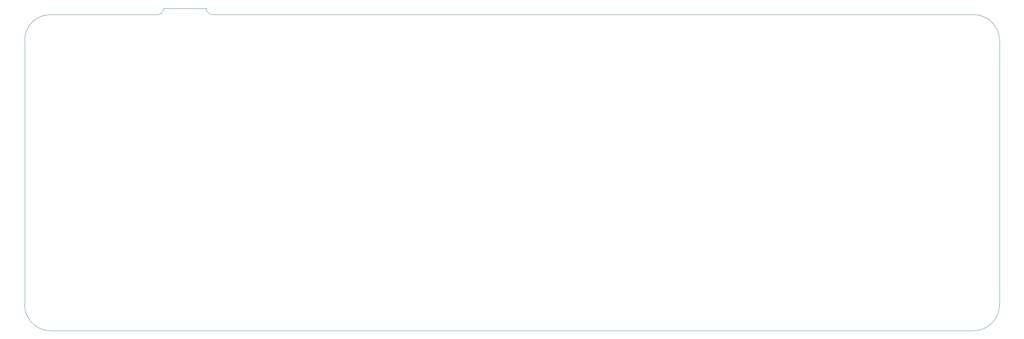
<source format=gbr>
%TF.GenerationSoftware,KiCad,Pcbnew,(6.0.1)*%
%TF.CreationDate,2022-03-25T00:59:23-04:00*%
%TF.ProjectId,OOPS-All-Knobs,4f4f5053-2d41-46c6-9c2d-4b6e6f62732e,rev?*%
%TF.SameCoordinates,Original*%
%TF.FileFunction,Profile,NP*%
%FSLAX46Y46*%
G04 Gerber Fmt 4.6, Leading zero omitted, Abs format (unit mm)*
G04 Created by KiCad (PCBNEW (6.0.1)) date 2022-03-25 00:59:23*
%MOMM*%
%LPD*%
G01*
G04 APERTURE LIST*
%TA.AperFunction,Profile*%
%ADD10C,0.100000*%
%TD*%
%TA.AperFunction,Profile*%
%ADD11C,0.120000*%
%TD*%
G04 APERTURE END LIST*
D10*
%TO.C,PCB1*%
X57551000Y-18264000D02*
X67431000Y-18264000D01*
X245750000Y-93250000D02*
X31250000Y-93250000D01*
X69000000Y-19750000D02*
X245750000Y-19750000D01*
X251750000Y-25750000D02*
X251750000Y-87250000D01*
D11*
X68931000Y-19764000D02*
X69000000Y-19750000D01*
D10*
X56000000Y-19750000D02*
X31250000Y-19750000D01*
X25250000Y-87250000D02*
X25250000Y-25750000D01*
D11*
X56000000Y-19750000D02*
X56051000Y-19764000D01*
D10*
X67431000Y-18264000D02*
G75*
G03*
X68931000Y-19764000I1500001J1D01*
G01*
X25250000Y-87250000D02*
G75*
G03*
X31250000Y-93250000I6000002J2D01*
G01*
X56051000Y-19764000D02*
G75*
G03*
X57551000Y-18264000I-1J1500001D01*
G01*
X31250000Y-19750000D02*
G75*
G03*
X25250000Y-25750000I2J-6000002D01*
G01*
X245750000Y-93250000D02*
G75*
G03*
X251750000Y-87250000I-2J6000002D01*
G01*
X251750000Y-25750000D02*
G75*
G03*
X245750000Y-19750000I-6000002J-2D01*
G01*
%TD*%
M02*

</source>
